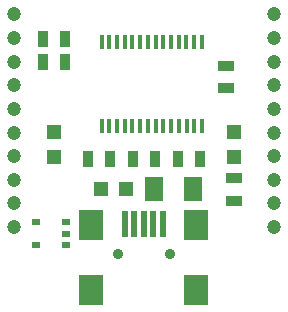
<source format=gbs>
G04 (created by PCBNEW (25-Oct-2014 BZR 4029)-stable) date 2015年05月14日 星期四 19时18分23秒*
%MOIN*%
G04 Gerber Fmt 3.4, Leading zero omitted, Abs format*
%FSLAX34Y34*%
G01*
G70*
G90*
G04 APERTURE LIST*
%ADD10C,0.00590551*%
%ADD11R,0.016X0.05*%
%ADD12R,0.0197X0.0906*%
%ADD13R,0.0787X0.0984*%
%ADD14C,0.0354*%
%ADD15R,0.06X0.08*%
%ADD16R,0.035X0.055*%
%ADD17R,0.055X0.035*%
%ADD18R,0.0472X0.0472*%
%ADD19C,0.0472441*%
%ADD20R,0.03X0.02*%
G04 APERTURE END LIST*
G54D10*
G54D11*
X46850Y-19100D03*
X47100Y-19100D03*
X47360Y-19100D03*
X47620Y-19100D03*
X47870Y-19100D03*
X48130Y-19100D03*
X48390Y-19100D03*
X48640Y-19100D03*
X48900Y-19100D03*
X49150Y-19100D03*
X49410Y-19100D03*
X49670Y-19100D03*
X49920Y-19100D03*
X50180Y-19100D03*
X50180Y-21900D03*
X49920Y-21900D03*
X49680Y-21900D03*
X49410Y-21900D03*
X49150Y-21900D03*
X48900Y-21900D03*
X48640Y-21900D03*
X48390Y-21900D03*
X48130Y-21900D03*
X47870Y-21900D03*
X47620Y-21900D03*
X47360Y-21900D03*
X47100Y-21900D03*
X46850Y-21900D03*
G54D12*
X48880Y-25142D03*
X48565Y-25142D03*
X48250Y-25142D03*
X47935Y-25142D03*
X47620Y-25142D03*
G54D13*
X50002Y-25181D03*
X50002Y-27346D03*
X46498Y-25181D03*
X46498Y-27346D03*
G54D14*
X49116Y-26165D03*
X47384Y-26165D03*
G54D15*
X48600Y-24000D03*
X49900Y-24000D03*
G54D16*
X49375Y-23000D03*
X50125Y-23000D03*
G54D17*
X51000Y-20625D03*
X51000Y-19875D03*
G54D16*
X45625Y-19750D03*
X44875Y-19750D03*
X45625Y-19000D03*
X44875Y-19000D03*
G54D17*
X51250Y-23625D03*
X51250Y-24375D03*
G54D16*
X46375Y-23000D03*
X47125Y-23000D03*
X48625Y-23000D03*
X47875Y-23000D03*
G54D18*
X51250Y-22913D03*
X51250Y-22087D03*
X45250Y-22913D03*
X45250Y-22087D03*
X47663Y-24000D03*
X46837Y-24000D03*
G54D19*
X43919Y-18169D03*
X43919Y-18956D03*
X43919Y-19744D03*
X43919Y-20531D03*
X43919Y-21318D03*
X43919Y-22106D03*
X43919Y-22893D03*
X43919Y-23681D03*
X43919Y-24468D03*
X43919Y-25255D03*
X52580Y-24468D03*
X52580Y-25255D03*
X52580Y-23681D03*
X52580Y-22893D03*
X52580Y-22106D03*
X52580Y-21318D03*
X52580Y-20531D03*
X52580Y-19744D03*
X52580Y-18956D03*
X52580Y-18169D03*
G54D20*
X45650Y-25100D03*
X45650Y-25850D03*
X44650Y-25100D03*
X45650Y-25475D03*
X44650Y-25850D03*
M02*

</source>
